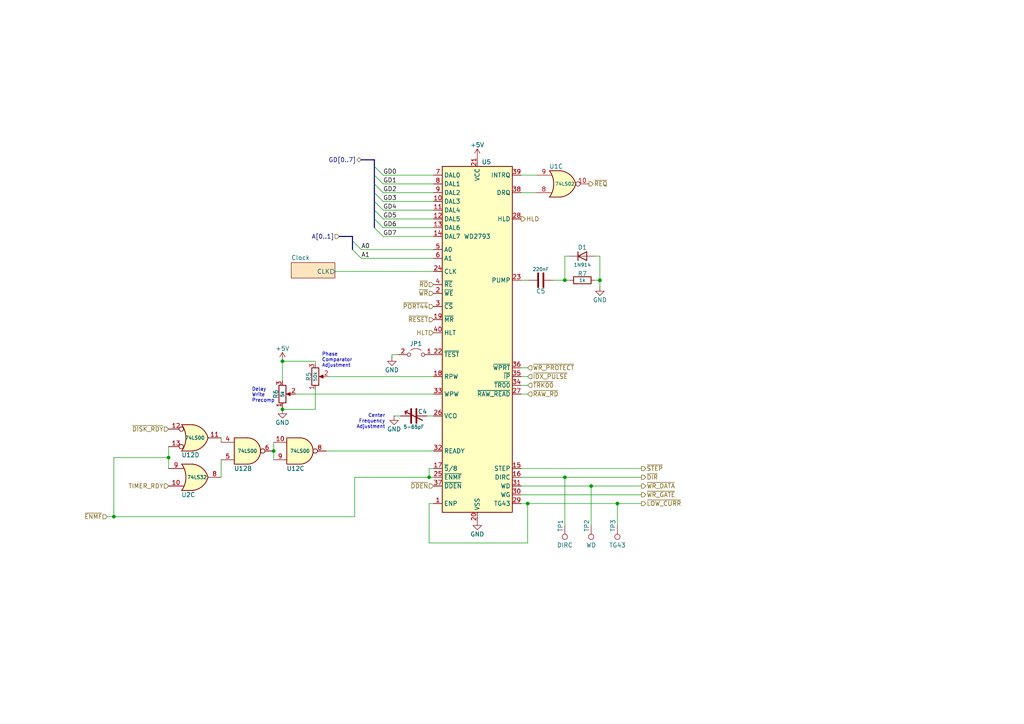
<source format=kicad_sch>
(kicad_sch (version 20250114) (generator "eeschema") (generator_version "9.0")
  (paper "A4")
  (title_block (title "Sorcerer Dream Disk") (date "2025-05-04") (rev "1.1") (company "Marcel Erz (RetroStack), John Halkiadakis, Michael Borthwick (Exidyboy)") (comment 2 "Circuits arouind the Floppy Disk Controller") (comment 4 "Floppy Disk Controller"))
  (lib_symbols
    (symbol "+5V_5" (power) (pin_numbers (hide yes)) (pin_names (offset 0) (hide yes))
      (property "Value" "+5V" (at 0 3.556 0))
      (symbol "+5V_5_0_1"
        (polyline (pts (xy -0.762 1.27) (xy 0 2.54)))
        (polyline (pts (xy 0 2.54) (xy 0.762 1.27)))
        (polyline (pts (xy 0 0) (xy 0 2.54)))
      )
      (symbol "+5V_5_1_1"
        (pin power_in line (at 0 0 90) (length 0) (name "~") (number "1"))
      )
    )
    (symbol "74xx:74LS00" (pin_names (offset 1.016))
      (property "Reference" "U" (at 0 1.27 0))
      (property "Value" "74LS00" (at 0 -1.27 0))
      (symbol "74LS00_1_1"
        (arc (start 0 3.81) (mid 3.7934 0) (end 0 -3.81) (stroke (width 0.254)) (fill (type background)))
        (polyline (pts (xy 0 3.81) (xy -3.81 3.81) (xy -3.81 -3.81) (xy 0 -3.81)) (stroke (width 0.254)) (fill (type background)))
        (pin input line (at -7.62 2.54 0) (length 3.81) (name "~") (number "1"))
        (pin input line (at -7.62 -2.54 0) (length 3.81) (name "~") (number "2"))
        (pin output inverted (at 7.62 0 180) (length 3.81) (name "~") (number "3"))
      )
      (symbol "74LS00_1_2"
        (arc (start -3.81 3.81) (mid -2.589 0) (end -3.81 -3.81) (stroke (width 0.254)))
        (polyline (pts (xy -3.81 3.81) (xy -0.635 3.81)) (stroke (width 0.254)) (fill (type background)))
        (polyline (pts (xy -3.81 -3.81) (xy -0.635 -3.81)) (stroke (width 0.254)) (fill (type background)))
        (arc (start 3.81 0) (mid 2.1855 -2.584) (end -0.6096 -3.81) (stroke (width 0.254)) (fill (type background)))
        (arc (start -0.6096 3.81) (mid 2.1928 2.5924) (end 3.81 0) (stroke (width 0.254)) (fill (type background)))
        (polyline (pts (xy -0.635 3.81) (xy -3.81 3.81) (xy -3.81 3.81) (xy -3.556 3.4036) (xy -3.0226 2.2606) (xy -2.6924 1.0414) (xy -2.6162 -0.254) (xy -2.7686 -1.4986) (xy -3.175 -2.7178) (xy -3.81 -3.81) (xy -3.81 -3.81) (xy -0.635 -3.81)) (stroke (width -25.4)) (fill (type background)))
        (pin input inverted (at -7.62 2.54 0) (length 4.318) (name "~") (number "1"))
        (pin input inverted (at -7.62 -2.54 0) (length 4.318) (name "~") (number "2"))
        (pin output line (at 7.62 0 180) (length 3.81) (name "~") (number "3"))
      )
      (symbol "74LS00_2_1"
        (arc (start 0 3.81) (mid 3.7934 0) (end 0 -3.81) (stroke (width 0.254)) (fill (type background)))
        (polyline (pts (xy 0 3.81) (xy -3.81 3.81) (xy -3.81 -3.81) (xy 0 -3.81)) (stroke (width 0.254)) (fill (type background)))
        (pin input line (at -7.62 2.54 0) (length 3.81) (name "~") (number "4"))
        (pin input line (at -7.62 -2.54 0) (length 3.81) (name "~") (number "5"))
        (pin output inverted (at 7.62 0 180) (length 3.81) (name "~") (number "6"))
      )
      (symbol "74LS00_2_2"
        (arc (start -3.81 3.81) (mid -2.589 0) (end -3.81 -3.81) (stroke (width 0.254)))
        (polyline (pts (xy -3.81 3.81) (xy -0.635 3.81)) (stroke (width 0.254)) (fill (type background)))
        (polyline (pts (xy -3.81 -3.81) (xy -0.635 -3.81)) (stroke (width 0.254)) (fill (type background)))
        (arc (start 3.81 0) (mid 2.1855 -2.584) (end -0.6096 -3.81) (stroke (width 0.254)) (fill (type background)))
        (arc (start -0.6096 3.81) (mid 2.1928 2.5924) (end 3.81 0) (stroke (width 0.254)) (fill (type background)))
        (polyline (pts (xy -0.635 3.81) (xy -3.81 3.81) (xy -3.81 3.81) (xy -3.556 3.4036) (xy -3.0226 2.2606) (xy -2.6924 1.0414) (xy -2.6162 -0.254) (xy -2.7686 -1.4986) (xy -3.175 -2.7178) (xy -3.81 -3.81) (xy -3.81 -3.81) (xy -0.635 -3.81)) (stroke (width -25.4)) (fill (type background)))
        (pin input inverted (at -7.62 2.54 0) (length 4.318) (name "~") (number "4"))
        (pin input inverted (at -7.62 -2.54 0) (length 4.318) (name "~") (number "5"))
        (pin output line (at 7.62 0 180) (length 3.81) (name "~") (number "6"))
      )
      (symbol "74LS00_3_1"
        (arc (start 0 3.81) (mid 3.7934 0) (end 0 -3.81) (stroke (width 0.254)) (fill (type background)))
        (polyline (pts (xy 0 3.81) (xy -3.81 3.81) (xy -3.81 -3.81) (xy 0 -3.81)) (stroke (width 0.254)) (fill (type background)))
        (pin input line (at -7.62 2.54 0) (length 3.81) (name "~") (number "9"))
        (pin input line (at -7.62 -2.54 0) (length 3.81) (name "~") (number "10"))
        (pin output inverted (at 7.62 0 180) (length 3.81) (name "~") (number "8"))
      )
      (symbol "74LS00_3_2"
        (arc (start -3.81 3.81) (mid -2.589 0) (end -3.81 -3.81) (stroke (width 0.254)))
        (polyline (pts (xy -3.81 3.81) (xy -0.635 3.81)) (stroke (width 0.254)) (fill (type background)))
        (polyline (pts (xy -3.81 -3.81) (xy -0.635 -3.81)) (stroke (width 0.254)) (fill (type background)))
        (arc (start 3.81 0) (mid 2.1855 -2.584) (end -0.6096 -3.81) (stroke (width 0.254)) (fill (type background)))
        (arc (start -0.6096 3.81) (mid 2.1928 2.5924) (end 3.81 0) (stroke (width 0.254)) (fill (type background)))
        (polyline (pts (xy -0.635 3.81) (xy -3.81 3.81) (xy -3.81 3.81) (xy -3.556 3.4036) (xy -3.0226 2.2606) (xy -2.6924 1.0414) (xy -2.6162 -0.254) (xy -2.7686 -1.4986) (xy -3.175 -2.7178) (xy -3.81 -3.81) (xy -3.81 -3.81) (xy -0.635 -3.81)) (stroke (width -25.4)) (fill (type background)))
        (pin input inverted (at -7.62 2.54 0) (length 4.318) (name "~") (number "9"))
        (pin input inverted (at -7.62 -2.54 0) (length 4.318) (name "~") (number "10"))
        (pin output line (at 7.62 0 180) (length 3.81) (name "~") (number "8"))
      )
      (symbol "74LS00_4_1"
        (arc (start 0 3.81) (mid 3.7934 0) (end 0 -3.81) (stroke (width 0.254)) (fill (type background)))
        (polyline (pts (xy 0 3.81) (xy -3.81 3.81) (xy -3.81 -3.81) (xy 0 -3.81)) (stroke (width 0.254)) (fill (type background)))
        (pin input line (at -7.62 2.54 0) (length 3.81) (name "~") (number "12"))
        (pin input line (at -7.62 -2.54 0) (length 3.81) (name "~") (number "13"))
        (pin output inverted (at 7.62 0 180) (length 3.81) (name "~") (number "11"))
      )
      (symbol "74LS00_4_2"
        (arc (start -3.81 3.81) (mid -2.589 0) (end -3.81 -3.81) (stroke (width 0.254)))
        (polyline (pts (xy -3.81 3.81) (xy -0.635 3.81)) (stroke (width 0.254)) (fill (type background)))
        (polyline (pts (xy -3.81 -3.81) (xy -0.635 -3.81)) (stroke (width 0.254)) (fill (type background)))
        (arc (start 3.81 0) (mid 2.1855 -2.584) (end -0.6096 -3.81) (stroke (width 0.254)) (fill (type background)))
        (arc (start -0.6096 3.81) (mid 2.1928 2.5924) (end 3.81 0) (stroke (width 0.254)) (fill (type background)))
        (polyline (pts (xy -0.635 3.81) (xy -3.81 3.81) (xy -3.81 3.81) (xy -3.556 3.4036) (xy -3.0226 2.2606) (xy -2.6924 1.0414) (xy -2.6162 -0.254) (xy -2.7686 -1.4986) (xy -3.175 -2.7178) (xy -3.81 -3.81) (xy -3.81 -3.81) (xy -0.635 -3.81)) (stroke (width -25.4)) (fill (type background)))
        (pin input inverted (at -7.62 2.54 0) (length 4.318) (name "~") (number "12"))
        (pin input inverted (at -7.62 -2.54 0) (length 4.318) (name "~") (number "13"))
        (pin output line (at 7.62 0 180) (length 3.81) (name "~") (number "11"))
      )
      (symbol "74LS00_5_0"
        (pin power_in line (at 0 12.7 270) (length 5.08) (name "VCC") (number "14"))
        (pin power_in line (at 0 -12.7 90) (length 5.08) (name "GND") (number "7"))
      )
      (symbol "74LS00_5_1"
        (rectangle (start -5.08 7.62) (end 5.08 -7.62) (stroke (width 0.254)) (fill (type background)))
      )
    )
    (symbol "74xx:74LS02" (pin_names (offset 1.016))
      (property "Reference" "U" (at 0 1.27 0))
      (property "Value" "74LS02" (at 0 -1.27 0))
      (symbol "74LS02_1_1"
        (arc (start -3.81 3.81) (mid -2.589 0) (end -3.81 -3.81) (stroke (width 0.254)))
        (polyline (pts (xy -3.81 3.81) (xy -0.635 3.81)) (stroke (width 0.254)) (fill (type background)))
        (polyline (pts (xy -3.81 -3.81) (xy -0.635 -3.81)) (stroke (width 0.254)) (fill (type background)))
        (arc (start 3.81 0) (mid 2.1855 -2.584) (end -0.6096 -3.81) (stroke (width 0.254)) (fill (type background)))
        (arc (start -0.6096 3.81) (mid 2.1928 2.5924) (end 3.81 0) (stroke (width 0.254)) (fill (type background)))
        (polyline (pts (xy -0.635 3.81) (xy -3.81 3.81) (xy -3.81 3.81) (xy -3.556 3.4036) (xy -3.0226 2.2606) (xy -2.6924 1.0414) (xy -2.6162 -0.254) (xy -2.7686 -1.4986) (xy -3.175 -2.7178) (xy -3.81 -3.81) (xy -3.81 -3.81) (xy -0.635 -3.81)) (stroke (width -25.4)) (fill (type background)))
        (pin input line (at -7.62 2.54 0) (length 4.318) (name "~") (number "2"))
        (pin input line (at -7.62 -2.54 0) (length 4.318) (name "~") (number "3"))
        (pin output inverted (at 7.62 0 180) (length 3.81) (name "~") (number "1"))
      )
      (symbol "74LS02_1_2"
        (arc (start 0 3.81) (mid 3.7934 0) (end 0 -3.81) (stroke (width 0.254)) (fill (type background)))
        (polyline (pts (xy 0 3.81) (xy -3.81 3.81) (xy -3.81 -3.81) (xy 0 -3.81)) (stroke (width 0.254)) (fill (type background)))
        (pin input inverted (at -7.62 2.54 0) (length 3.81) (name "~") (number "2"))
        (pin input inverted (at -7.62 -2.54 0) (length 3.81) (name "~") (number "3"))
        (pin output line (at 7.62 0 180) (length 3.81) (name "~") (number "1"))
      )
      (symbol "74LS02_2_1"
        (arc (start -3.81 3.81) (mid -2.589 0) (end -3.81 -3.81) (stroke (width 0.254)))
        (polyline (pts (xy -3.81 3.81) (xy -0.635 3.81)) (stroke (width 0.254)) (fill (type background)))
        (polyline (pts (xy -3.81 -3.81) (xy -0.635 -3.81)) (stroke (width 0.254)) (fill (type background)))
        (arc (start 3.81 0) (mid 2.1855 -2.584) (end -0.6096 -3.81) (stroke (width 0.254)) (fill (type background)))
        (arc (start -0.6096 3.81) (mid 2.1928 2.5924) (end 3.81 0) (stroke (width 0.254)) (fill (type background)))
        (polyline (pts (xy -0.635 3.81) (xy -3.81 3.81) (xy -3.81 3.81) (xy -3.556 3.4036) (xy -3.0226 2.2606) (xy -2.6924 1.0414) (xy -2.6162 -0.254) (xy -2.7686 -1.4986) (xy -3.175 -2.7178) (xy -3.81 -3.81) (xy -3.81 -3.81) (xy -0.635 -3.81)) (stroke (width -25.4)) (fill (type background)))
        (pin input line (at -7.62 2.54 0) (length 4.318) (name "~") (number "5"))
        (pin input line (at -7.62 -2.54 0) (length 4.318) (name "~") (number "6"))
        (pin output inverted (at 7.62 0 180) (length 3.81) (name "~") (number "4"))
      )
      (symbol "74LS02_2_2"
        (arc (start 0 3.81) (mid 3.7934 0) (end 0 -3.81) (stroke (width 0.254)) (fill (type background)))
        (polyline (pts (xy 0 3.81) (xy -3.81 3.81) (xy -3.81 -3.81) (xy 0 -3.81)) (stroke (width 0.254)) (fill (type background)))
        (pin input inverted (at -7.62 2.54 0) (length 3.81) (name "~") (number "5"))
        (pin input inverted (at -7.62 -2.54 0) (length 3.81) (name "~") (number "6"))
        (pin output line (at 7.62 0 180) (length 3.81) (name "~") (number "4"))
      )
      (symbol "74LS02_3_1"
        (arc (start -3.81 3.81) (mid -2.589 0) (end -3.81 -3.81) (stroke (width 0.254)))
        (polyline (pts (xy -3.81 3.81) (xy -0.635 3.81)) (stroke (width 0.254)) (fill (type background)))
        (polyline (pts (xy -3.81 -3.81) (xy -0.635 -3.81)) (stroke (width 0.254)) (fill (type background)))
        (arc (start 3.81 0) (mid 2.1855 -2.584) (end -0.6096 -3.81) (stroke (width 0.254)) (fill (type background)))
        (arc (start -0.6096 3.81) (mid 2.1928 2.5924) (end 3.81 0) (stroke (width 0.254)) (fill (type background)))
        (polyline (pts (xy -0.635 3.81) (xy -3.81 3.81) (xy -3.81 3.81) (xy -3.556 3.4036) (xy -3.0226 2.2606) (xy -2.6924 1.0414) (xy -2.6162 -0.254) (xy -2.7686 -1.4986) (xy -3.175 -2.7178) (xy -3.81 -3.81) (xy -3.81 -3.81) (xy -0.635 -3.81)) (stroke (width -25.4)) (fill (type background)))
        (pin input line (at -7.62 2.54 0) (length 4.318) (name "~") (number "8"))
        (pin input line (at -7.62 -2.54 0) (length 4.318) (name "~") (number "9"))
        (pin output inverted (at 7.62 0 180) (length 3.81) (name "~") (number "10"))
      )
      (symbol "74LS02_3_2"
        (arc (start 0 3.81) (mid 3.7934 0) (end 0 -3.81) (stroke (width 0.254)) (fill (type background)))
        (polyline (pts (xy 0 3.81) (xy -3.81 3.81) (xy -3.81 -3.81) (xy 0 -3.81)) (stroke (width 0.254)) (fill (type background)))
        (pin input inverted (at -7.62 2.54 0) (length 3.81) (name "~") (number "8"))
        (pin input inverted (at -7.62 -2.54 0) (length 3.81) (name "~") (number "9"))
        (pin output line (at 7.62 0 180) (length 3.81) (name "~") (number "10"))
      )
      (symbol "74LS02_4_1"
        (arc (start -3.81 3.81) (mid -2.589 0) (end -3.81 -3.81) (stroke (width 0.254)))
        (polyline (pts (xy -3.81 3.81) (xy -0.635 3.81)) (stroke (width 0.254)) (fill (type background)))
        (polyline (pts (xy -3.81 -3.81) (xy -0.635 -3.81)) (stroke (width 0.254)) (fill (type background)))
        (arc (start 3.81 0) (mid 2.1855 -2.584) (end -0.6096 -3.81) (stroke (width 0.254)) (fill (type background)))
        (arc (start -0.6096 3.81) (mid 2.1928 2.5924) (end 3.81 0) (stroke (width 0.254)) (fill (type background)))
        (polyline (pts (xy -0.635 3.81) (xy -3.81 3.81) (xy -3.81 3.81) (xy -3.556 3.4036) (xy -3.0226 2.2606) (xy -2.6924 1.0414) (xy -2.6162 -0.254) (xy -2.7686 -1.4986) (xy -3.175 -2.7178) (xy -3.81 -3.81) (xy -3.81 -3.81) (xy -0.635 -3.81)) (stroke (width -25.4)) (fill (type background)))
        (pin input line (at -7.62 2.54 0) (length 4.318) (name "~") (number "11"))
        (pin input line (at -7.62 -2.54 0) (length 4.318) (name "~") (number "12"))
        (pin output inverted (at 7.62 0 180) (length 3.81) (name "~") (number "13"))
      )
      (symbol "74LS02_4_2"
        (arc (start 0 3.81) (mid 3.7934 0) (end 0 -3.81) (stroke (width 0.254)) (fill (type background)))
        (polyline (pts (xy 0 3.81) (xy -3.81 3.81) (xy -3.81 -3.81) (xy 0 -3.81)) (stroke (width 0.254)) (fill (type background)))
        (pin input inverted (at -7.62 2.54 0) (length 3.81) (name "~") (number "11"))
        (pin input inverted (at -7.62 -2.54 0) (length 3.81) (name "~") (number "12"))
        (pin output line (at 7.62 0 180) (length 3.81) (name "~") (number "13"))
      )
      (symbol "74LS02_5_0"
        (pin power_in line (at 0 12.7 270) (length 5.08) (name "VCC") (number "14"))
        (pin power_in line (at 0 -12.7 90) (length 5.08) (name "GND") (number "7"))
      )
      (symbol "74LS02_5_1"
        (rectangle (start -5.08 7.62) (end 5.08 -7.62) (stroke (width 0.254)) (fill (type background)))
      )
    )
    (symbol "74xx:74LS32" (pin_names (offset 1.016))
      (property "Reference" "U" (at 0 1.27 0))
      (property "Value" "74LS32" (at 0 -1.27 0))
      (symbol "74LS32_1_1"
        (arc (start -3.81 3.81) (mid -2.589 0) (end -3.81 -3.81) (stroke (width 0.254)))
        (polyline (pts (xy -3.81 3.81) (xy -0.635 3.81)) (stroke (width 0.254)) (fill (type background)))
        (polyline (pts (xy -3.81 -3.81) (xy -0.635 -3.81)) (stroke (width 0.254)) (fill (type background)))
        (arc (start 3.81 0) (mid 2.1855 -2.584) (end -0.6096 -3.81) (stroke (width 0.254)) (fill (type background)))
        (arc (start -0.6096 3.81) (mid 2.1928 2.5924) (end 3.81 0) (stroke (width 0.254)) (fill (type background)))
        (polyline (pts (xy -0.635 3.81) (xy -3.81 3.81) (xy -3.81 3.81) (xy -3.556 3.4036) (xy -3.0226 2.2606) (xy -2.6924 1.0414) (xy -2.6162 -0.254) (xy -2.7686 -1.4986) (xy -3.175 -2.7178) (xy -3.81 -3.81) (xy -3.81 -3.81) (xy -0.635 -3.81)) (stroke (width -25.4)) (fill (type background)))
        (pin input line (at -7.62 2.54 0) (length 4.318) (name "~") (number "1"))
        (pin input line (at -7.62 -2.54 0) (length 4.318) (name "~") (number "2"))
        (pin output line (at 7.62 0 180) (length 3.81) (name "~") (number "3"))
      )
      (symbol "74LS32_1_2"
        (arc (start 0 3.81) (mid 3.7934 0) (end 0 -3.81) (stroke (width 0.254)) (fill (type background)))
        (polyline (pts (xy 0 3.81) (xy -3.81 3.81) (xy -3.81 -3.81) (xy 0 -3.81)) (stroke (width 0.254)) (fill (type background)))
        (pin input inverted (at -7.62 2.54 0) (length 3.81) (name "~") (number "1"))
        (pin input inverted (at -7.62 -2.54 0) (length 3.81) (name "~") (number "2"))
        (pin output inverted (at 7.62 0 180) (length 3.81) (name "~") (number "3"))
      )
      (symbol "74LS32_2_1"
        (arc (start -3.81 3.81) (mid -2.589 0) (end -3.81 -3.81) (stroke (width 0.254)))
        (polyline (pts (xy -3.81 3.81) (xy -0.635 3.81)) (stroke (width 0.254)) (fill (type background)))
        (polyline (pts (xy -3.81 -3.81) (xy -0.635 -3.81)) (stroke (width 0.254)) (fill (type background)))
        (arc (start 3.81 0) (mid 2.1855 -2.584) (end -0.6096 -3.81) (stroke (width 0.254)) (fill (type background)))
        (arc (start -0.6096 3.81) (mid 2.1928 2.5924) (end 3.81 0) (stroke (width 0.254)) (fill (type background)))
        (polyline (pts (xy -0.635 3.81) (xy -3.81 3.81) (xy -3.81 3.81) (xy -3.556 3.4036) (xy -3.0226 2.2606) (xy -2.6924 1.0414) (xy -2.6162 -0.254) (xy -2.7686 -1.4986) (xy -3.175 -2.7178) (xy -3.81 -3.81) (xy -3.81 -3.81) (xy -0.635 -3.81)) (stroke (width -25.4)) (fill (type background)))
        (pin input line (at -7.62 2.54 0) (length 4.318) (name "~") (number "4"))
        (pin input line (at -7.62 -2.54 0) (length 4.318) (name "~") (number "5"))
        (pin output line (at 7.62 0 180) (length 3.81) (name "~") (number "6"))
      )
      (symbol "74LS32_2_2"
        (arc (start 0 3.81) (mid 3.7934 0) (end 0 -3.81) (stroke (width 0.254)) (fill (type background)))
        (polyline (pts (xy 0 3.81) (xy -3.81 3.81) (xy -3.81 -3.81) (xy 0 -3.81)) (stroke (width 0.254)) (fill (type background)))
        (pin input inverted (at -7.62 2.54 0) (length 3.81) (name "~") (number "4"))
        (pin input inverted (at -7.62 -2.54 0) (length 3.81) (name "~") (number "5"))
        (pin output inverted (at 7.62 0 180) (length 3.81) (name "~") (number "6"))
      )
      (symbol "74LS32_3_1"
        (arc (start -3.81 3.81) (mid -2.589 0) (end -3.81 -3.81) (stroke (width 0.254)))
        (polyline (pts (xy -3.81 3.81) (xy -0.635 3.81)) (stroke (width 0.254)) (fill (type background)))
        (polyline (pts (xy -3.81 -3.81) (xy -0.635 -3.81)) (stroke (width 0.254)) (fill (type background)))
        (arc (start 3.81 0) (mid 2.1855 -2.584) (end -0.6096 -3.81) (stroke (width 0.254)) (fill (type background)))
        (arc (start -0.6096 3.81) (mid 2.1928 2.5924) (end 3.81 0) (stroke (width 0.254)) (fill (type background)))
        (polyline (pts (xy -0.635 3.81) (xy -3.81 3.81) (xy -3.81 3.81) (xy -3.556 3.4036) (xy -3.0226 2.2606) (xy -2.6924 1.0414) (xy -2.6162 -0.254) (xy -2.7686 -1.4986) (xy -3.175 -2.7178) (xy -3.81 -3.81) (xy -3.81 -3.81) (xy -0.635 -3.81)) (stroke (width -25.4)) (fill (type background)))
        (pin input line (at -7.62 2.54 0) (length 4.318) (name "~") (number "9"))
        (pin input line (at -7.62 -2.54 0) (length 4.318) (name "~") (number "10"))
        (pin output line (at 7.62 0 180) (length 3.81) (name "~") (number "8"))
      )
      (symbol "74LS32_3_2"
        (arc (start 0 3.81) (mid 3.7934 0) (end 0 -3.81) (stroke (width 0.254)) (fill (type background)))
        (polyline (pts (xy 0 3.81) (xy -3.81 3.81) (xy -3.81 -3.81) (xy 0 -3.81)) (stroke (width 0.254)) (fill (type background)))
        (pin input inverted (at -7.62 2.54 0) (length 3.81) (name "~") (number "9"))
        (pin input inverted (at -7.62 -2.54 0) (length 3.81) (name "~") (number "10"))
        (pin output inverted (at 7.62 0 180) (length 3.81) (name "~") (number "8"))
      )
      (symbol "74LS32_4_1"
        (arc (start -3.81 3.81) (mid -2.589 0) (end -3.81 -3.81) (stroke (width 0.254)))
        (polyline (pts (xy -3.81 3.81) (xy -0.635 3.81)) (stroke (width 0.254)) (fill (type background)))
        (polyline (pts (xy -3.81 -3.81) (xy -0.635 -3.81)) (stroke (width 0.254)) (fill (type background)))
        (arc (start 3.81 0) (mid 2.1855 -2.584) (end -0.6096 -3.81) (stroke (width 0.254)) (fill (type background)))
        (arc (start -0.6096 3.81) (mid 2.1928 2.5924) (end 3.81 0) (stroke (width 0.254)) (fill (type background)))
        (polyline (pts (xy -0.635 3.81) (xy -3.81 3.81) (xy -3.81 3.81) (xy -3.556 3.4036) (xy -3.0226 2.2606) (xy -2.6924 1.0414) (xy -2.6162 -0.254) (xy -2.7686 -1.4986) (xy -3.175 -2.7178) (xy -3.81 -3.81) (xy -3.81 -3.81) (xy -0.635 -3.81)) (stroke (width -25.4)) (fill (type background)))
        (pin input line (at -7.62 2.54 0) (length 4.318) (name "~") (number "12"))
        (pin input line (at -7.62 -2.54 0) (length 4.318) (name "~") (number "13"))
        (pin output line (at 7.62 0 180) (length 3.81) (name "~") (number "11"))
      )
      (symbol "74LS32_4_2"
        (arc (start 0 3.81) (mid 3.7934 0) (end 0 -3.81) (stroke (width 0.254)) (fill (type background)))
        (polyline (pts (xy 0 3.81) (xy -3.81 3.81) (xy -3.81 -3.81) (xy 0 -3.81)) (stroke (width 0.254)) (fill (type background)))
        (pin input inverted (at -7.62 2.54 0) (length 3.81) (name "~") (number "12"))
        (pin input inverted (at -7.62 -2.54 0) (length 3.81) (name "~") (number "13"))
        (pin output inverted (at 7.62 0 180) (length 3.81) (name "~") (number "11"))
      )
      (symbol "74LS32_5_0"
        (pin power_in line (at 0 12.7 270) (length 5.08) (name "VCC") (number "14"))
        (pin power_in line (at 0 -12.7 90) (length 5.08) (name "GND") (number "7"))
      )
      (symbol "74LS32_5_1"
        (rectangle (start -5.08 7.62) (end 5.08 -7.62) (stroke (width 0.254)) (fill (type background)))
      )
    )
    (symbol "Connector:TestPoint" (pin_numbers (hide yes)) (pin_names (offset 0.762) (hide yes))
      (property "Reference" "TP" (at 0 6.858 0))
      (property "Value" "TestPoint" (at 0 5.08 0))
      (symbol "TestPoint_0_1"
        (circle (center 0 3.302) (radius 0.762))
      )
      (symbol "TestPoint_1_1"
        (pin passive line (at 0 0 90) (length 2.54) (name "1") (number "1"))
      )
    )
    (symbol "Device:C" (pin_numbers (hide yes)) (pin_names (offset 0.254))
      (property "Reference" "C" (at 0.635 2.54 0))
      (property "Value" "C" (at 0.635 -2.54 0))
      (symbol "C_0_1"
        (polyline (pts (xy -2.032 0.762) (xy 2.032 0.762)) (stroke (width 0.508)))
        (polyline (pts (xy -2.032 -0.762) (xy 2.032 -0.762)) (stroke (width 0.508)))
      )
      (symbol "C_1_1"
        (pin passive line (at 0 3.81 270) (length 2.794) (name "~") (number "1"))
        (pin passive line (at 0 -3.81 90) (length 2.794) (name "~") (number "2"))
      )
    )
    (symbol "Device:C_Variable" (pin_numbers (hide yes)) (pin_names (offset 0.254) (hide yes))
      (property "Reference" "C" (at 0.635 -1.905 0))
      (property "Value" "C_Variable" (at 0.635 -3.81 0))
      (symbol "C_Variable_0_1"
        (polyline (pts (xy -2.032 0.762) (xy 2.032 0.762)) (stroke (width 0.508)))
        (polyline (pts (xy -2.032 -0.762) (xy 2.032 -0.762)) (stroke (width 0.508)))
        (polyline (pts (xy 1.27 2.54) (xy -1.27 -2.54)) (stroke (width 0.3048)))
        (polyline (pts (xy 1.27 2.54) (xy 0.508 2.286)) (stroke (width 0.3048)))
        (polyline (pts (xy 1.27 2.54) (xy 1.524 1.778)) (stroke (width 0.3048)))
      )
      (symbol "C_Variable_1_1"
        (pin passive line (at 0 3.81 270) (length 3.048) (name "~") (number "1"))
        (pin passive line (at 0 -3.81 90) (length 3.048) (name "~") (number "2"))
      )
    )
    (symbol "Device:D" (pin_numbers (hide yes)) (pin_names (offset 1.016) (hide yes))
      (property "Reference" "D" (at 0 2.54 0))
      (property "Value" "D" (at 0 -2.54 0))
      (symbol "D_0_1"
        (polyline (pts (xy -1.27 1.27) (xy -1.27 -1.27)) (stroke (width 0.254)))
        (polyline (pts (xy 1.27 1.27) (xy 1.27 -1.27) (xy -1.27 0) (xy 1.27 1.27)) (stroke (width 0.254)))
        (polyline (pts (xy 1.27 0) (xy -1.27 0)))
      )
      (symbol "D_1_1"
        (pin passive line (at -3.81 0 0) (length 2.54) (name "K") (number "1"))
        (pin passive line (at 3.81 0 180) (length 2.54) (name "A") (number "2"))
      )
    )
    (symbol "Device:R" (pin_numbers (hide yes)) (pin_names (offset 0))
      (property "Reference" "R" (at 2.032 0 90))
      (property "Value" "R" (at 0 0 90))
      (symbol "R_0_1"
        (rectangle (start -1.016 -2.54) (end 1.016 2.54) (stroke (width 0.254)))
      )
      (symbol "R_1_1"
        (pin passive line (at 0 3.81 270) (length 1.27) (name "~") (number "1"))
        (pin passive line (at 0 -3.81 90) (length 1.27) (name "~") (number "2"))
      )
    )
    (symbol "Device:R_Potentiometer" (pin_names (offset 1.016) (hide yes))
      (property "Reference" "RV" (at -4.445 0 90))
      (property "Value" "R_Potentiometer" (at -2.54 0 90))
      (symbol "R_Potentiometer_0_1"
        (rectangle (start 1.016 2.54) (end -1.016 -2.54) (stroke (width 0.254)))
        (polyline (pts (xy 1.143 0) (xy 2.286 0.508) (xy 2.286 -0.508) (xy 1.143 0)) (fill (type outline)))
        (polyline (pts (xy 2.54 0) (xy 1.524 0)))
      )
      (symbol "R_Potentiometer_1_1"
        (pin passive line (at 0 3.81 270) (length 1.27) (name "1") (number "1"))
        (pin passive line (at 0 -3.81 90) (length 1.27) (name "3") (number "3"))
        (pin passive line (at 3.81 0 180) (length 1.27) (name "2") (number "2"))
      )
    )
    (symbol "GND_1" (power) (pin_numbers (hide yes)) (pin_names (offset 0) (hide yes))
      (property "Value" "GND" (at 0 -3.81 0))
      (symbol "GND_1_0_1"
        (polyline (pts (xy 0 0) (xy 0 -1.27) (xy 1.27 -1.27) (xy 0 -2.54) (xy -1.27 -1.27) (xy 0 -1.27)))
      )
      (symbol "GND_1_1_1"
        (pin power_in line (at 0 0 270) (length 0) (name "~") (number "1"))
      )
    )
    (symbol "Interface:WD2793"
      (property "Reference" "U5" (at 1.27 44.45 0))
      (property "Value" "WD2793" (at 0 22.86 0))
      (symbol "WD2793_0_1"
        (rectangle (start -10.16 43.18) (end 10.16 -57.15) (stroke (width 0.254)) (fill (type background)))
      )
      (symbol "WD2793_1_1"
        (pin tri_state line (at -12.7 40.64 0) (length 2.54) (name "DAL0") (number "7"))
        (pin tri_state line (at -12.7 38.1 0) (length 2.54) (name "DAL1") (number "8"))
        (pin tri_state line (at -12.7 35.56 0) (length 2.54) (name "DAL2") (number "9"))
        (pin tri_state line (at -12.7 33.02 0) (length 2.54) (name "DAL3") (number "10"))
        (pin tri_state line (at -12.7 30.48 0) (length 2.54) (name "DAL4") (number "11"))
        (pin tri_state line (at -12.7 27.94 0) (length 2.54) (name "DAL5") (number "12"))
        (pin tri_state line (at -12.7 25.4 0) (length 2.54) (name "DAL6") (number "13"))
        (pin tri_state line (at -12.7 22.86 0) (length 2.54) (name "DAL7") (number "14"))
        (pin input line (at -12.7 19.05 0) (length 2.54) (name "A0") (number "5"))
        (pin input line (at -12.7 16.51 0) (length 2.54) (name "A1") (number "6"))
        (pin input line (at -12.7 12.7 0) (length 2.54) (name "CLK") (number "24"))
        (pin input line (at -12.7 8.89 0) (length 2.54) (name "~{RE}") (number "4"))
        (pin input line (at -12.7 6.35 0) (length 2.54) (name "~{WE}") (number "2"))
        (pin input line (at -12.7 2.54 0) (length 2.54) (name "~{CS}") (number "3"))
        (pin input line (at -12.7 -1.27 0) (length 2.54) (name "~{MR}") (number "19"))
        (pin input line (at -12.7 -5.08 0) (length 2.54) (name "HLT") (number "40"))
        (pin input line (at -12.7 -11.43 0) (length 2.54) (name "~{TEST}") (number "22"))
        (pin input line (at -12.7 -17.78 0) (length 2.54) (name "RPW") (number "18"))
        (pin input line (at -12.7 -22.86 0) (length 2.54) (name "WPW") (number "33"))
        (pin input line (at -12.7 -29.21 0) (length 2.54) (name "VCO") (number "26"))
        (pin input line (at -12.7 -39.37 0) (length 2.54) (name "READY") (number "32"))
        (pin input line (at -12.7 -44.45 0) (length 2.54) (name "~{5}/8") (number "17"))
        (pin input line (at -12.7 -46.99 0) (length 2.54) (name "~{ENMF}") (number "25"))
        (pin input line (at -12.7 -49.53 0) (length 2.54) (name "~{DDEN}") (number "37"))
        (pin input line (at -12.7 -54.61 0) (length 2.54) (name "ENP") (number "1"))
        (pin power_in line (at 0 45.72 270) (length 2.54) (name "VCC") (number "21"))
        (pin power_in line (at 0 -59.69 90) (length 2.54) (name "VSS") (number "20"))
        (pin output line (at 12.7 40.64 180) (length 2.54) (name "INTRQ") (number "39"))
        (pin output line (at 12.7 35.56 180) (length 2.54) (name "DRQ") (number "38"))
        (pin output line (at 12.7 27.94 180) (length 2.54) (name "HLD") (number "28"))
        (pin output line (at 12.7 10.16 180) (length 2.54) (name "PUMP") (number "23"))
        (pin input line (at 12.7 -15.24 180) (length 2.54) (name "~{WPRT}") (number "36"))
        (pin input line (at 12.7 -17.78 180) (length 2.54) (name "~{IP}") (number "35"))
        (pin input line (at 12.7 -20.32 180) (length 2.54) (name "~{TR00}") (number "34"))
        (pin input line (at 12.7 -22.86 180) (length 2.54) (name "~{RAW_READ}") (number "27"))
        (pin output line (at 12.7 -44.45 180) (length 2.54) (name "STEP") (number "15"))
        (pin output line (at 12.7 -46.99 180) (length 2.54) (name "DIRC") (number "16"))
        (pin output line (at 12.7 -49.53 180) (length 2.54) (name "WD") (number "31"))
        (pin output line (at 12.7 -52.07 180) (length 2.54) (name "WG") (number "30"))
        (pin output line (at 12.7 -54.61 180) (length 2.54) (name "TG43") (number "29"))
      )
    )
    (symbol "Jumper:Jumper_2_Open" (pin_names (offset 0) (hide yes))
      (property "Reference" "JP" (at 0 2.794 0))
      (property "Value" "Jumper_2_Open" (at 0 -2.286 0))
      (symbol "Jumper_2_Open_0_0"
        (circle (center -2.032 0) (radius 0.508))
        (circle (center 2.032 0) (radius 0.508))
      )
      (symbol "Jumper_2_Open_0_1"
        (arc (start -1.524 1.27) (mid 0 1.778) (end 1.524 1.27))
      )
      (symbol "Jumper_2_Open_1_1"
        (pin passive line (at -5.08 0 0) (length 2.54) (name "A") (number "1"))
        (pin passive line (at 5.08 0 180) (length 2.54) (name "B") (number "2"))
      )
    )
  )
  (text "Center\nFrequency\nAdjustment" (at 111.76 124.46 0) (effects (font (size 1 1)) (justify right bottom)))
  (text "Delay\nWrite\nPrecomp" (at 73.025 116.84 0) (effects (font (size 1 1)) (justify left bottom)))
  (text "Phase\nComparator\nAdjustment" (at 93.345 106.68 0) (effects (font (size 1 1)) (justify left bottom)))
  (junction (at 173.99 81.28))
  (junction (at 153.035 146.05))
  (junction (at 33.02 149.86))
  (junction (at 171.45 140.97))
  (junction (at 81.915 118.745))
  (junction (at 179.07 146.05))
  (junction (at 163.83 81.28))
  (junction (at 163.83 138.43))
  (junction (at 79.375 130.81))
  (junction (at 48.895 132.715))
  (junction (at 81.915 104.775))
  (junction (at 124.46 138.43))
  (bus_entry (at 111.125 50.8) (size -2.54 -2.54))
  (bus_entry (at 111.125 66.04) (size -2.54 -2.54))
  (bus_entry (at 111.125 60.96) (size -2.54 -2.54))
  (bus_entry (at 111.125 63.5) (size -2.54 -2.54))
  (bus_entry (at 104.775 72.39) (size -2.54 -2.54))
  (bus_entry (at 111.125 55.88) (size -2.54 -2.54))
  (bus_entry (at 111.125 53.34) (size -2.54 -2.54))
  (bus_entry (at 104.775 74.93) (size -2.54 -2.54))
  (bus_entry (at 111.125 58.42) (size -2.54 -2.54))
  (bus_entry (at 111.125 68.58) (size -2.54 -2.54))
  (wire (pts (xy 113.665 103.505) (xy 113.665 102.87)))
  (wire (pts (xy 153.035 157.48) (xy 153.035 146.05)))
  (wire (pts (xy 179.07 146.05) (xy 186.055 146.05)))
  (wire (pts (xy 151.13 135.89) (xy 186.055 135.89)))
  (wire (pts (xy 81.915 118.745) (xy 91.44 118.745)))
  (wire (pts (xy 151.13 114.3) (xy 153.035 114.3)))
  (wire (pts (xy 124.46 146.05) (xy 124.46 157.48)))
  (wire (pts (xy 97.155 78.74) (xy 125.73 78.74)))
  (wire (pts (xy 163.83 81.28) (xy 165.1 81.28)))
  (wire (pts (xy 111.125 68.58) (xy 125.73 68.58)))
  (wire (pts (xy 151.13 111.76) (xy 153.035 111.76)))
  (bus (pts (xy 108.585 63.5) (xy 108.585 66.04)))
  (wire (pts (xy 124.46 157.48) (xy 153.035 157.48)))
  (wire (pts (xy 172.72 81.28) (xy 173.99 81.28)))
  (wire (pts (xy 163.83 138.43) (xy 163.83 152.4)))
  (wire (pts (xy 171.45 140.97) (xy 186.055 140.97)))
  (wire (pts (xy 173.99 74.295) (xy 173.99 81.28)))
  (wire (pts (xy 153.035 146.05) (xy 151.13 146.05)))
  (wire (pts (xy 102.87 138.43) (xy 124.46 138.43)))
  (wire (pts (xy 64.135 138.43) (xy 64.135 133.35)))
  (bus (pts (xy 108.585 48.26) (xy 108.585 46.355)))
  (wire (pts (xy 81.915 118.745) (xy 81.915 118.11)))
  (wire (pts (xy 111.125 50.8) (xy 125.73 50.8)))
  (wire (pts (xy 104.775 72.39) (xy 125.73 72.39)))
  (wire (pts (xy 33.02 132.715) (xy 33.02 149.86)))
  (wire (pts (xy 113.665 102.87) (xy 115.57 102.87)))
  (wire (pts (xy 104.775 74.93) (xy 125.73 74.93)))
  (wire (pts (xy 79.375 128.27) (xy 79.375 130.81)))
  (wire (pts (xy 151.13 140.97) (xy 171.45 140.97)))
  (wire (pts (xy 163.83 74.295) (xy 163.83 81.28)))
  (bus (pts (xy 102.235 69.85) (xy 102.235 68.58)))
  (wire (pts (xy 81.915 104.775) (xy 91.44 104.775)))
  (wire (pts (xy 151.13 143.51) (xy 186.055 143.51)))
  (wire (pts (xy 171.45 140.97) (xy 171.45 152.4)))
  (wire (pts (xy 64.135 127) (xy 64.135 128.27)))
  (wire (pts (xy 111.125 60.96) (xy 125.73 60.96)))
  (wire (pts (xy 124.46 135.89) (xy 124.46 138.43)))
  (wire (pts (xy 123.825 120.65) (xy 125.73 120.65)))
  (bus (pts (xy 104.775 46.355) (xy 108.585 46.355)))
  (wire (pts (xy 48.895 135.89) (xy 48.895 132.715)))
  (wire (pts (xy 151.13 138.43) (xy 163.83 138.43)))
  (wire (pts (xy 91.44 104.775) (xy 91.44 105.41)))
  (wire (pts (xy 111.125 63.5) (xy 125.73 63.5)))
  (wire (pts (xy 85.725 114.3) (xy 125.73 114.3)))
  (wire (pts (xy 179.07 146.05) (xy 153.035 146.05)))
  (wire (pts (xy 33.02 149.86) (xy 102.87 149.86)))
  (bus (pts (xy 108.585 50.8) (xy 108.585 48.26)))
  (bus (pts (xy 108.585 58.42) (xy 108.585 60.96)))
  (wire (pts (xy 151.13 81.28) (xy 153.035 81.28)))
  (wire (pts (xy 111.125 66.04) (xy 125.73 66.04)))
  (wire (pts (xy 151.13 50.8) (xy 155.575 50.8)))
  (wire (pts (xy 114.3 120.65) (xy 116.205 120.65)))
  (wire (pts (xy 124.46 138.43) (xy 125.73 138.43)))
  (wire (pts (xy 81.915 104.775) (xy 81.915 110.49)))
  (wire (pts (xy 179.07 146.05) (xy 179.07 152.4)))
  (bus (pts (xy 108.585 55.88) (xy 108.585 53.34)))
  (wire (pts (xy 48.895 132.715) (xy 48.895 129.54)))
  (wire (pts (xy 31.115 149.86) (xy 33.02 149.86)))
  (bus (pts (xy 98.425 68.58) (xy 102.235 68.58)))
  (bus (pts (xy 102.235 72.39) (xy 102.235 69.85)))
  (wire (pts (xy 173.99 81.28) (xy 173.99 83.185)))
  (wire (pts (xy 125.73 135.89) (xy 124.46 135.89)))
  (wire (pts (xy 95.25 109.22) (xy 125.73 109.22)))
  (wire (pts (xy 91.44 113.03) (xy 91.44 118.745)))
  (wire (pts (xy 172.72 74.295) (xy 173.99 74.295)))
  (wire (pts (xy 151.13 106.68) (xy 153.035 106.68)))
  (wire (pts (xy 111.125 58.42) (xy 125.73 58.42)))
  (wire (pts (xy 151.13 55.88) (xy 155.575 55.88)))
  (wire (pts (xy 151.13 109.22) (xy 153.035 109.22)))
  (wire (pts (xy 102.87 138.43) (xy 102.87 149.86)))
  (wire (pts (xy 79.375 130.81) (xy 79.375 133.35)))
  (wire (pts (xy 111.125 55.88) (xy 125.73 55.88)))
  (wire (pts (xy 160.655 81.28) (xy 163.83 81.28)))
  (wire (pts (xy 163.83 138.43) (xy 186.055 138.43)))
  (bus (pts (xy 108.585 63.5) (xy 108.585 60.96)))
  (bus (pts (xy 108.585 58.42) (xy 108.585 55.88)))
  (wire (pts (xy 125.73 146.05) (xy 124.46 146.05)))
  (wire (pts (xy 33.02 132.715) (xy 48.895 132.715)))
  (wire (pts (xy 165.1 74.295) (xy 163.83 74.295)))
  (wire (pts (xy 111.125 53.34) (xy 125.73 53.34)))
  (wire (pts (xy 94.615 130.81) (xy 125.73 130.81)))
  (bus (pts (xy 108.585 53.34) (xy 108.585 50.8)))
  (label "GD4" (at 111.125 60.96 0))
  (label "GD1" (at 111.125 53.34 0))
  (label "GD5" (at 111.125 63.5 0))
  (label "GD3" (at 111.125 58.42 0))
  (label "GD0" (at 111.125 50.8 0))
  (label "GD7" (at 111.125 68.58 0))
  (label "A1" (at 104.775 74.93 0))
  (label "A0" (at 104.775 72.39 0))
  (label "GD2" (at 111.125 55.88 0))
  (label "GD6" (at 111.125 66.04 0))
  (hierarchical_label "~{DIR}" (shape output) (at 186.055 138.43 0))
  (hierarchical_label "A[0..1]" (shape input) (at 98.425 68.58 180))
  (hierarchical_label "~{WR_PROTECT}" (shape input) (at 153.035 106.68 0))
  (hierarchical_label "~{DISK_RDY}" (shape input) (at 48.895 124.46 180))
  (hierarchical_label "~{WR_DATA}" (shape output) (at 186.055 140.97 0))
  (hierarchical_label "TIMER_RDY" (shape input) (at 48.895 140.97 180))
  (hierarchical_label "~{RESET}" (shape input) (at 125.73 92.71 180))
  (hierarchical_label "~{RD}" (shape input) (at 125.73 82.55 180))
  (hierarchical_label "~{TRK00}" (shape input) (at 153.035 111.76 0))
  (hierarchical_label "~{IDX_PULSE}" (shape input) (at 153.035 109.22 0))
  (hierarchical_label "HLD" (shape output) (at 151.13 63.5 0))
  (hierarchical_label "~{WR}" (shape input) (at 125.73 85.09 180))
  (hierarchical_label "~{LOW_CURR}" (shape output) (at 186.055 146.05 0))
  (hierarchical_label "~{STEP}" (shape output) (at 186.055 135.89 0))
  (hierarchical_label "~{REQ}" (shape output) (at 170.815 53.34 0))
  (hierarchical_label "~{PORT44}" (shape input) (at 125.73 88.9 180))
  (hierarchical_label "GD[0..7]" (shape tri_state) (at 104.775 46.355 180))
  (hierarchical_label "HLT" (shape input) (at 125.73 96.52 180))
  (hierarchical_label "~{WR_GATE}" (shape output) (at 186.055 143.51 0))
  (hierarchical_label "~{DDEN}" (shape input) (at 125.73 140.97 180))
  (hierarchical_label "~{ENMF}" (shape input) (at 31.115 149.86 180))
  (hierarchical_label "~{RAW_RD}" (shape input) (at 153.035 114.3 0))
  (symbol (lib_id "74xx:74LS02") (at 163.195 53.34 0) (mirror x) (unit 3)
    (property "Reference" "U1" (at 161.29 48.26 0))
    (property "Value" "74LS02" (at 163.83 53.34 0) (effects (font (size 1 1))))
    (property "Footprint" "Package_DIP:DIP-14_W7.62mm" (effects (hide yes)))
    (property "Datasheet" "http://www.ti.com/lit/gpn/sn74ls02" (effects (hide yes)))
  )
  (symbol (lib_id "74xx:74LS00") (at 86.995 130.81 0) (mirror x) (unit 3)
    (property "Reference" "U12" (at 85.725 135.89 0))
    (property "Value" "74LS00" (at 86.995 130.81 0) (effects (font (size 1 1))))
    (property "Footprint" "Package_DIP:DIP-14_W7.62mm" (effects (hide yes)))
    (property "Datasheet" "http://www.ti.com/lit/gpn/sn74ls00" (effects (hide yes)))
  )
  (symbol (lib_name "GND_1") (lib_id "power:GND") (at 114.3 120.65 0) (mirror y) (unit 1)
    (property "Reference" "#PWR013" (effects (hide yes)))
    (property "Value" "GND" (at 114.3 124.46 0))
    (property "Description" "Power symbol creates a global label with name \"GND\" , ground" (effects (hide yes)))
  )
  (symbol (lib_name "+5V_5") (lib_id "power:+5V") (at 81.915 104.775 0) (unit 1)
    (property "Reference" "#PWR01" (effects (hide yes)))
    (property "Value" "+5V" (at 81.915 101.092 0))
    (property "Description" "Power symbol creates a global label with name \"+5V\"" (effects (hide yes)))
  )
  (symbol (lib_id "Device:C_Variable") (at 120.015 120.65 90) (unit 1)
    (property "Reference" "C4" (at 122.555 119.38 90))
    (property "Value" "5-65pF" (at 120.015 123.825 90) (effects (font (size 1 1))))
    (property "Footprint" "Footprint:C_Trim (BFC2 808 32659)" (effects (hide yes)))
  )
  (symbol (lib_id "74xx:74LS00") (at 71.755 130.81 0) (unit 2)
    (property "Reference" "U12" (at 70.485 135.89 0))
    (property "Value" "74LS00" (at 71.755 130.81 0) (effects (font (size 1 1))))
    (property "Footprint" "Package_DIP:DIP-14_W7.62mm" (effects (hide yes)))
    (property "Datasheet" "http://www.ti.com/lit/gpn/sn74ls00" (effects (hide yes)))
  )
  (symbol (lib_id "Connector:TestPoint") (at 179.07 152.4 180) (unit 1)
    (property "Reference" "TP3" (at 177.8 154.305 90) (effects (justify right)))
    (property "Value" "TG43" (at 179.07 158.115 0))
    (property "Footprint" "TestPoint:TestPoint_Pad_D2.0mm" (effects (hide yes)))
  )
  (symbol (lib_name "GND_1") (lib_id "power:GND") (at 173.99 83.185 0) (unit 1)
    (property "Reference" "#PWR027" (effects (hide yes)))
    (property "Value" "GND" (at 173.99 86.995 0))
    (property "Description" "Power symbol creates a global label with name \"GND\" , ground" (effects (hide yes)))
  )
  (symbol (lib_id "Interface:WD2793") (at 138.43 91.44 0) (unit 1)
    (property "Reference" "U5" (at 139.7 46.99 0) (effects (justify left)))
    (property "Value" "WD2793" (at 138.43 68.58 0))
    (property "Footprint" "Package_DIP:DIP-40_W15.24mm" (effects (hide yes)))
    (property "Datasheet" "http://pdf.datasheetcatalog.com/datasheets2/12/1229802_1.pdf" (effects (hide yes)))
  )
  (symbol (lib_id "Device:C") (at 156.845 81.28 90) (unit 1)
    (property "Reference" "C5" (at 156.845 84.455 90))
    (property "Value" "220nF" (at 156.845 78.105 90) (effects (font (size 1 1))))
    (property "Footprint" "Capacitor_THT:C_Disc_D5.0mm_W2.5mm_P2.50mm" (effects (hide yes)))
  )
  (symbol (lib_id "74xx:74LS00") (at 56.515 127 0) (unit 4) (convert 2)
    (property "Reference" "U12" (at 55.245 131.953 0))
    (property "Value" "74LS00" (at 56.515 127 0) (effects (font (size 1 1))))
    (property "Footprint" "Package_DIP:DIP-14_W7.62mm" (effects (hide yes)))
    (property "Datasheet" "http://www.ti.com/lit/gpn/sn74ls00" (effects (hide yes)))
  )
  (symbol (lib_name "GND_1") (lib_id "power:GND") (at 138.43 151.13 0) (unit 1)
    (property "Reference" "#PWR011" (effects (hide yes)))
    (property "Value" "GND" (at 138.43 154.94 0))
    (property "Description" "Power symbol creates a global label with name \"GND\" , ground" (effects (hide yes)))
  )
  (symbol (lib_id "Connector:TestPoint") (at 171.45 152.4 180) (unit 1)
    (property "Reference" "TP2" (at 170.18 154.305 90) (effects (justify right)))
    (property "Value" "WD" (at 171.45 158.115 0))
    (property "Footprint" "TestPoint:TestPoint_Pad_D2.0mm" (effects (hide yes)))
  )
  (symbol (lib_name "GND_1") (lib_id "power:GND") (at 81.915 118.745 0) (unit 1)
    (property "Reference" "#PWR02" (effects (hide yes)))
    (property "Value" "GND" (at 81.915 122.555 0))
    (property "Description" "Power symbol creates a global label with name \"GND\" , ground" (effects (hide yes)))
  )
  (symbol (lib_id "Device:R") (at 168.91 81.28 90) (unit 1)
    (property "Reference" "R7" (at 168.91 79.375 90))
    (property "Value" "1k" (at 168.91 81.28 90) (effects (font (size 1 1))))
    (property "Footprint" "Resistor_THT:R_Axial_DIN0207_L6.3mm_D2.5mm_P7.62mm_Horizontal" (effects (hide yes)))
  )
  (symbol (lib_id "Device:R_Potentiometer") (at 91.44 109.22 0) (mirror x) (unit 1)
    (property "Reference" "R5" (at 89.535 109.22 90))
    (property "Value" "50k" (at 91.44 109.22 90) (effects (font (size 1 1))))
    (property "Footprint" "Potentiometer_THT:Potentiometer_Bourns_3296W_Vertical" (effects (hide yes)))
  )
  (symbol (lib_id "Device:D") (at 168.91 74.295 0) (unit 1)
    (property "Reference" "D1" (at 168.91 71.755 0))
    (property "Value" "1N914" (at 168.91 76.835 0) (effects (font (size 1 1))))
    (property "Footprint" "Diode_THT:D_DO-35_SOD27_P7.62mm_Horizontal" (effects (hide yes)))
    (property "Sim.Device" "D" (effects (hide yes)))
    (property "Sim.Pins" "1=K 2=A" (effects (hide yes)))
  )
  (symbol (lib_id "74xx:74LS32") (at 56.515 138.43 0) (unit 3)
    (property "Reference" "U2" (at 54.61 143.51 0))
    (property "Value" "74LS32" (at 57.15 138.43 0) (effects (font (size 1 1))))
    (property "Footprint" "Package_DIP:DIP-14_W7.62mm" (effects (hide yes)))
    (property "Datasheet" "http://www.ti.com/lit/gpn/sn74LS32" (effects (hide yes)))
  )
  (symbol (lib_id "Device:R_Potentiometer") (at 81.915 114.3 0) (mirror x) (unit 1)
    (property "Reference" "R6" (at 80.01 114.3 90))
    (property "Value" "5k" (at 81.915 114.3 90) (effects (font (size 1 1))))
    (property "Footprint" "Footprint:R_Pot (Bourns 3306P)" (effects (hide yes)))
  )
  (symbol (lib_name "+5V_5") (lib_id "power:+5V") (at 138.43 45.72 0) (unit 1)
    (property "Reference" "#PWR06" (effects (hide yes)))
    (property "Value" "+5V" (at 138.43 42.037 0))
    (property "Description" "Power symbol creates a global label with name \"+5V\"" (effects (hide yes)))
  )
  (symbol (lib_id "Jumper:Jumper_2_Open") (at 120.65 102.87 0) (mirror y) (unit 1)
    (property "Reference" "JP1" (at 120.65 99.695 0))
    (property "Value" "Jumper_2_Open" (effects (hide yes)))
    (property "Footprint" "Connector_PinHeader_2.54mm:PinHeader_1x02_P2.54mm_Vertical" (effects (hide yes)))
  )
  (symbol (lib_name "GND_1") (lib_id "power:GND") (at 113.665 103.505 0) (mirror y) (unit 1)
    (property "Reference" "#PWR015" (effects (hide yes)))
    (property "Value" "GND" (at 113.665 107.315 0))
    (property "Description" "Power symbol creates a global label with name \"GND\" , ground" (effects (hide yes)))
  )
  (symbol (lib_id "Connector:TestPoint") (at 163.83 152.4 180) (unit 1)
    (property "Reference" "TP1" (at 162.56 154.305 90) (effects (justify right)))
    (property "Value" "DIRC" (at 163.83 158.115 0))
    (property "Footprint" "TestPoint:TestPoint_Pad_D2.0mm" (effects (hide yes)))
  )
  (sheet (at 84.455 76.2) (size 12.7 4.445) (stroke (width 0.1524)) (fill (color 255 229 191 1.0000))
    (property "Sheetname" "Clock" (at 84.455 75.4884 0) (effects (justify left bottom)))
    (property "Sheetfile" "Clock.kicad_sch" (effects (hide yes)))
    (pin "CLK" output (at 97.155 78.74 0))
  )
)
</source>
